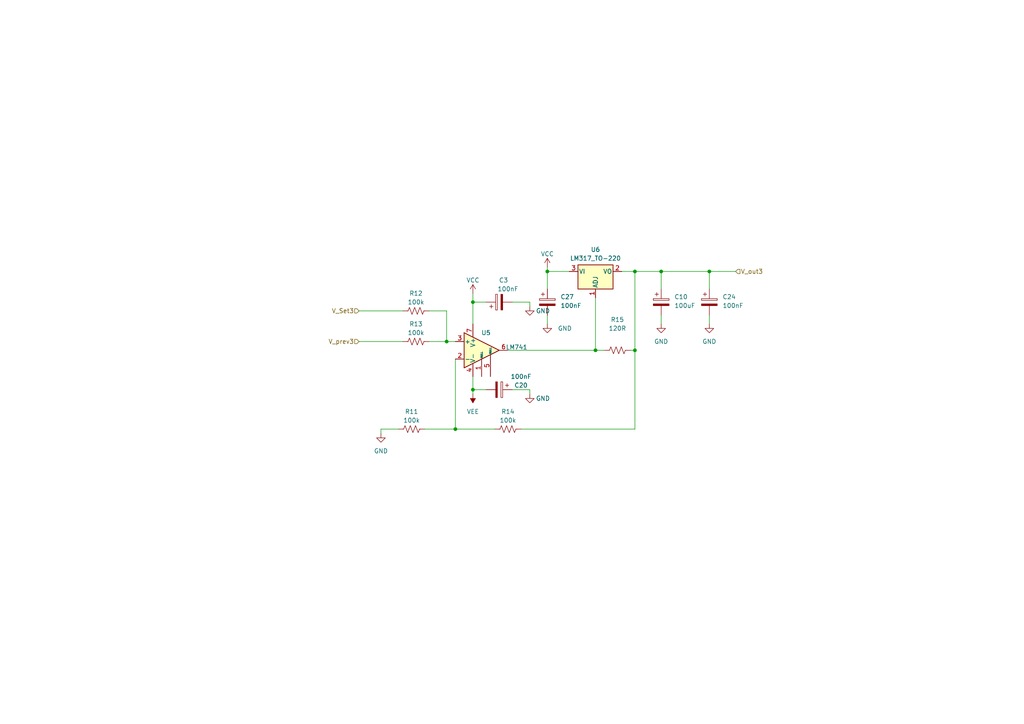
<source format=kicad_sch>
(kicad_sch (version 20231120) (generator "eeschema") (generator_version "8.0")
  (paper "A4")
  (title_block (company "Purdue ECET"))
  (lib_symbols
    (symbol "Amplifier_Operational:LM741" (pin_names (offset 0.127))
      (property "Reference" "U" (at 0 6.35 0))
      (property "Value" "LM741" (at 0 3.81 0))
      (symbol "LM741_0_1"
        (polyline (pts (xy -5.08 5.08) (xy 5.08 0) (xy -5.08 -5.08) (xy -5.08 5.08)) (stroke (width 0.254)) (fill (type background)))
      )
      (symbol "LM741_1_1"
        (pin input line (at 0 -7.62 90) (length 5.08) (name "NULL") (number "1"))
        (pin input line (at -7.62 -2.54 0) (length 2.54) (name "-") (number "2"))
        (pin input line (at -7.62 2.54 0) (length 2.54) (name "+") (number "3"))
        (pin power_in line (at -2.54 -7.62 90) (length 3.81) (name "V-") (number "4"))
        (pin input line (at 2.54 -7.62 90) (length 6.35) (name "NULL") (number "5"))
        (pin output line (at 7.62 0 180) (length 2.54) (name "~") (number "6"))
        (pin power_in line (at -2.54 7.62 270) (length 3.81) (name "V+") (number "7"))
        (pin no_connect line (at 0 2.54 270) (length 2.54) hide (name "NC") (number "8"))
      )
    )
    (symbol "Device:C_Polarized" (pin_numbers hide) (pin_names (offset 0.254))
      (property "Reference" "C" (at 0.635 2.54 0))
      (property "Value" "C_Polarized" (at 0.635 -2.54 0))
      (symbol "C_Polarized_0_1"
        (rectangle (start -2.286 0.508) (end 2.286 1.016))
        (polyline (pts (xy -1.778 2.286) (xy -0.762 2.286)))
        (polyline (pts (xy -1.27 2.794) (xy -1.27 1.778)))
        (rectangle (start 2.286 -0.508) (end -2.286 -1.016) (fill (type outline)))
      )
      (symbol "C_Polarized_1_1"
        (pin passive line (at 0 3.81 270) (length 2.794) (name "~") (number "1"))
        (pin passive line (at 0 -3.81 90) (length 2.794) (name "~") (number "2"))
      )
    )
    (symbol "Device:R_US" (pin_numbers hide) (pin_names (offset 0))
      (property "Reference" "R" (at 2.54 0 90))
      (property "Value" "R_US" (at -2.54 0 90))
      (symbol "R_US_0_1"
        (polyline (pts (xy 0 -2.286) (xy 0 -2.54)))
        (polyline (pts (xy 0 2.286) (xy 0 2.54)))
        (polyline (pts (xy 0 -0.762) (xy 1.016 -1.143) (xy 0 -1.524) (xy -1.016 -1.905) (xy 0 -2.286)))
        (polyline (pts (xy 0 0.762) (xy 1.016 0.381) (xy 0 0) (xy -1.016 -0.381) (xy 0 -0.762)))
        (polyline (pts (xy 0 2.286) (xy 1.016 1.905) (xy 0 1.524) (xy -1.016 1.143) (xy 0 0.762)))
      )
      (symbol "R_US_1_1"
        (pin passive line (at 0 3.81 270) (length 1.27) (name "~") (number "1"))
        (pin passive line (at 0 -3.81 90) (length 1.27) (name "~") (number "2"))
      )
    )
    (symbol "Regulator_Linear:LM317_TO-220" (pin_names (offset 0.254))
      (property "Reference" "U" (at -3.81 3.175 0))
      (property "Value" "LM317_TO-220" (at 0 3.175 0))
      (symbol "LM317_TO-220_0_1"
        (rectangle (start -5.08 1.905) (end 5.08 -5.08) (stroke (width 0.254)) (fill (type background)))
      )
      (symbol "LM317_TO-220_1_1"
        (pin input line (at 0 -7.62 90) (length 2.54) (name "ADJ") (number "1"))
        (pin power_out line (at 7.62 0 180) (length 2.54) (name "VO") (number "2"))
        (pin power_in line (at -7.62 0 0) (length 2.54) (name "VI") (number "3"))
      )
    )
    (symbol "power:GND" (power) (pin_names (offset 0))
      (property "Value" "GND" (at 0 -3.81 0))
      (symbol "GND_0_1"
        (polyline (pts (xy 0 0) (xy 0 -1.27) (xy 1.27 -1.27) (xy 0 -2.54) (xy -1.27 -1.27) (xy 0 -1.27)))
      )
      (symbol "GND_1_1"
        (pin power_in line (at 0 0 270) (length 0) hide (name "GND") (number "1"))
      )
    )
    (symbol "power:VCC" (power) (pin_names (offset 0))
      (property "Value" "VCC" (at 0 3.81 0))
      (symbol "VCC_0_1"
        (polyline (pts (xy -0.762 1.27) (xy 0 2.54)))
        (polyline (pts (xy 0 0) (xy 0 2.54)))
        (polyline (pts (xy 0 2.54) (xy 0.762 1.27)))
      )
      (symbol "VCC_1_1"
        (pin power_in line (at 0 0 90) (length 0) hide (name "VCC") (number "1"))
      )
    )
    (symbol "power:VEE" (power) (pin_names (offset 0))
      (property "Value" "VEE" (at 0 3.81 0))
      (symbol "VEE_0_1"
        (polyline (pts (xy 0 0) (xy 0 2.54)))
        (polyline (pts (xy 0.762 1.27) (xy -0.762 1.27) (xy 0 2.54) (xy 0.762 1.27)) (fill (type outline)))
      )
      (symbol "VEE_1_1"
        (pin power_in line (at 0 0 90) (length 0) hide (name "VEE") (number "1"))
      )
    )
  )
  (junction (at 191.77 78.74))
  (junction (at 137.16 87.63))
  (junction (at 132.08 124.46))
  (junction (at 184.15 78.74))
  (junction (at 205.74 78.74))
  (junction (at 129.54 99.06))
  (junction (at 172.72 101.6))
  (junction (at 158.75 78.74))
  (junction (at 184.15 101.6))
  (junction (at 137.16 113.03))
  (wire (pts (xy 137.16 87.63) (xy 137.16 93.98)))
  (wire (pts (xy 148.59 113.03) (xy 153.67 113.03)))
  (wire (pts (xy 137.16 109.22) (xy 137.16 113.03)))
  (wire (pts (xy 205.74 78.74) (xy 205.74 83.82)))
  (wire (pts (xy 104.14 99.06) (xy 116.84 99.06)))
  (wire (pts (xy 184.15 78.74) (xy 184.15 101.6)))
  (wire (pts (xy 132.08 104.14) (xy 132.08 124.46)))
  (wire (pts (xy 137.16 87.63) (xy 140.97 87.63)))
  (wire (pts (xy 132.08 124.46) (xy 143.51 124.46)))
  (wire (pts (xy 129.54 99.06) (xy 132.08 99.06)))
  (wire (pts (xy 147.32 101.6) (xy 172.72 101.6)))
  (wire (pts (xy 153.67 113.03) (xy 153.67 114.3)))
  (wire (pts (xy 191.77 91.44) (xy 191.77 93.98)))
  (wire (pts (xy 158.75 78.74) (xy 158.75 77.47)))
  (wire (pts (xy 184.15 124.46) (xy 184.15 101.6)))
  (wire (pts (xy 148.59 87.63) (xy 153.67 87.63)))
  (wire (pts (xy 175.26 101.6) (xy 172.72 101.6)))
  (wire (pts (xy 182.88 101.6) (xy 184.15 101.6)))
  (wire (pts (xy 110.49 124.46) (xy 110.49 125.73)))
  (wire (pts (xy 191.77 83.82) (xy 191.77 78.74)))
  (wire (pts (xy 158.75 78.74) (xy 158.75 83.82)))
  (wire (pts (xy 124.46 99.06) (xy 129.54 99.06)))
  (wire (pts (xy 137.16 113.03) (xy 140.97 113.03)))
  (wire (pts (xy 104.14 90.17) (xy 116.84 90.17)))
  (wire (pts (xy 184.15 78.74) (xy 191.77 78.74)))
  (wire (pts (xy 137.16 85.09) (xy 137.16 87.63)))
  (wire (pts (xy 158.75 91.44) (xy 158.75 93.98)))
  (wire (pts (xy 172.72 86.36) (xy 172.72 101.6)))
  (wire (pts (xy 180.34 78.74) (xy 184.15 78.74)))
  (wire (pts (xy 191.77 78.74) (xy 205.74 78.74)))
  (wire (pts (xy 123.19 124.46) (xy 132.08 124.46)))
  (wire (pts (xy 115.57 124.46) (xy 110.49 124.46)))
  (wire (pts (xy 205.74 91.44) (xy 205.74 93.98)))
  (wire (pts (xy 151.13 124.46) (xy 184.15 124.46)))
  (wire (pts (xy 124.46 90.17) (xy 129.54 90.17)))
  (wire (pts (xy 153.67 87.63) (xy 153.67 88.9)))
  (wire (pts (xy 205.74 78.74) (xy 213.36 78.74)))
  (wire (pts (xy 129.54 90.17) (xy 129.54 99.06)))
  (wire (pts (xy 137.16 113.03) (xy 137.16 114.3)))
  (wire (pts (xy 165.1 78.74) (xy 158.75 78.74)))
  (hierarchical_label "V_out3" (shape input) (at 213.36 78.74 0))
  (hierarchical_label "V_prev3" (shape input) (at 104.14 99.06 180))
  (hierarchical_label "V_Set3" (shape input) (at 104.14 90.17 180))
  (symbol (lib_id "Device:C_Polarized") (at 158.75 87.63 0) (unit 1)
    (property "Reference" "C27" (at 162.56 86.106 0) (effects (justify left)))
    (property "Value" "100nF" (at 162.56 88.646 0) (effects (justify left)))
    (property "Footprint" "Capacitor_THT:C_Disc_D3.4mm_W2.1mm_P2.50mm" (effects (hide yes)))
  )
  (symbol (lib_id "Device:R_US") (at 147.32 124.46 90) (unit 1)
    (property "Reference" "R14" (at 147.32 119.38 90))
    (property "Value" "100k" (at 147.32 121.92 90))
    (property "Footprint" "Resistor_THT:R_Axial_DIN0207_L6.3mm_D2.5mm_P10.16mm_Horizontal" (effects (hide yes)))
  )
  (symbol (lib_id "power:GND") (at 110.49 125.73 0) (unit 1)
    (property "Reference" "#PWR011" (effects (hide yes)))
    (property "Value" "GND" (at 110.49 130.81 0))
  )
  (symbol (lib_id "Device:C_Polarized") (at 191.77 87.63 0) (unit 1)
    (property "Reference" "C10" (at 195.58 86.106 0) (effects (justify left)))
    (property "Value" "100uF" (at 195.58 88.646 0) (effects (justify left)))
    (property "Footprint" "Capacitor_THT:CP_Radial_D7.5mm_P2.50mm" (effects (hide yes)))
  )
  (symbol (lib_id "power:GND") (at 205.74 93.98 0) (unit 1)
    (property "Reference" "#PWR051" (effects (hide yes)))
    (property "Value" "GND" (at 205.74 99.06 0))
  )
  (symbol (lib_id "Device:R_US") (at 120.65 90.17 90) (unit 1)
    (property "Reference" "R12" (at 120.65 85.09 90))
    (property "Value" "100k" (at 120.65 87.63 90))
    (property "Footprint" "Resistor_THT:R_Axial_DIN0207_L6.3mm_D2.5mm_P10.16mm_Horizontal" (effects (hide yes)))
  )
  (symbol (lib_id "Device:C_Polarized") (at 144.78 113.03 270) (unit 1)
    (property "Reference" "C20" (at 151.13 111.76 90))
    (property "Value" "100nF" (at 151.13 109.22 90))
    (property "Footprint" "Capacitor_THT:C_Disc_D3.4mm_W2.1mm_P2.50mm" (effects (hide yes)))
  )
  (symbol (lib_id "power:VEE") (at 137.16 114.3 180) (unit 1)
    (property "Reference" "#PWR013" (effects (hide yes)))
    (property "Value" "VEE" (at 137.16 119.38 0))
  )
  (symbol (lib_id "power:VCC") (at 158.75 77.47 0) (unit 1)
    (property "Reference" "#PWR015" (effects (hide yes)))
    (property "Value" "VCC" (at 158.75 73.66 0))
  )
  (symbol (lib_id "Device:R_US") (at 179.07 101.6 270) (unit 1)
    (property "Reference" "R15" (at 179.07 92.71 90))
    (property "Value" "120R" (at 179.07 95.25 90))
    (property "Footprint" "Resistor_THT:R_Axial_DIN0207_L6.3mm_D2.5mm_P10.16mm_Horizontal" (effects (hide yes)))
  )
  (symbol (lib_id "Device:C_Polarized") (at 144.78 87.63 90) (unit 1)
    (property "Reference" "C3" (at 146.05 81.28 90))
    (property "Value" "100nF" (at 147.32 83.82 90))
    (property "Footprint" "Capacitor_THT:C_Disc_D3.4mm_W2.1mm_P2.50mm" (effects (hide yes)))
  )
  (symbol (lib_id "power:VCC") (at 137.16 85.09 0) (unit 1)
    (property "Reference" "#PWR012" (effects (hide yes)))
    (property "Value" "VCC" (at 137.16 81.28 0))
  )
  (symbol (lib_id "Device:R_US") (at 120.65 99.06 90) (unit 1)
    (property "Reference" "R13" (at 120.65 93.98 90))
    (property "Value" "100k" (at 120.65 96.52 90))
    (property "Footprint" "Resistor_THT:R_Axial_DIN0207_L6.3mm_D2.5mm_P10.16mm_Horizontal" (effects (hide yes)))
  )
  (symbol (lib_id "power:GND") (at 153.67 114.3 0) (unit 1)
    (property "Reference" "#PWR047" (effects (hide yes)))
    (property "Value" "GND" (at 157.48 115.57 0))
  )
  (symbol (lib_id "Regulator_Linear:LM317_TO-220") (at 172.72 78.74 0) (unit 1)
    (property "Reference" "U6" (at 172.72 72.39 0))
    (property "Value" "LM317_TO-220" (at 172.72 74.93 0))
    (property "Footprint" "Package_TO_SOT_THT:TO-220-3_Vertical" (effects (hide yes)))
    (property "Datasheet" "http://www.ti.com/lit/ds/symlink/lm317.pdf" (effects (hide yes)))
  )
  (symbol (lib_id "Device:C_Polarized") (at 205.74 87.63 0) (unit 1)
    (property "Reference" "C24" (at 209.55 86.106 0) (effects (justify left)))
    (property "Value" "100nF" (at 209.55 88.646 0) (effects (justify left)))
    (property "Footprint" "Capacitor_THT:C_Disc_D3.4mm_W2.1mm_P2.50mm" (effects (hide yes)))
  )
  (symbol (lib_id "power:GND") (at 191.77 93.98 0) (unit 1)
    (property "Reference" "#PWR028" (effects (hide yes)))
    (property "Value" "GND" (at 191.77 99.06 0))
  )
  (symbol (lib_id "power:GND") (at 153.67 88.9 0) (unit 1)
    (property "Reference" "#PWR014" (effects (hide yes)))
    (property "Value" "GND" (at 157.48 90.17 0))
  )
  (symbol (lib_id "Device:R_US") (at 119.38 124.46 90) (unit 1)
    (property "Reference" "R11" (at 119.38 119.38 90))
    (property "Value" "100k" (at 119.38 121.92 90))
    (property "Footprint" "Resistor_THT:R_Axial_DIN0207_L6.3mm_D2.5mm_P10.16mm_Horizontal" (effects (hide yes)))
  )
  (symbol (lib_id "Amplifier_Operational:LM741") (at 139.7 101.6 0) (unit 1)
    (property "Reference" "U5" (at 140.97 96.52 0))
    (property "Value" "LM741" (at 149.86 100.7111 0))
    (property "Footprint" "Package_DIP:DIP-8_W7.62mm_LongPads" (effects (hide yes)))
    (property "Datasheet" "http://www.ti.com/lit/ds/symlink/lm741.pdf" (effects (hide yes)))
  )
  (symbol (lib_id "power:GND") (at 158.75 93.98 0) (unit 1)
    (property "Reference" "#PWR054" (effects (hide yes)))
    (property "Value" "GND" (at 163.83 95.25 0))
  )
)
</source>
